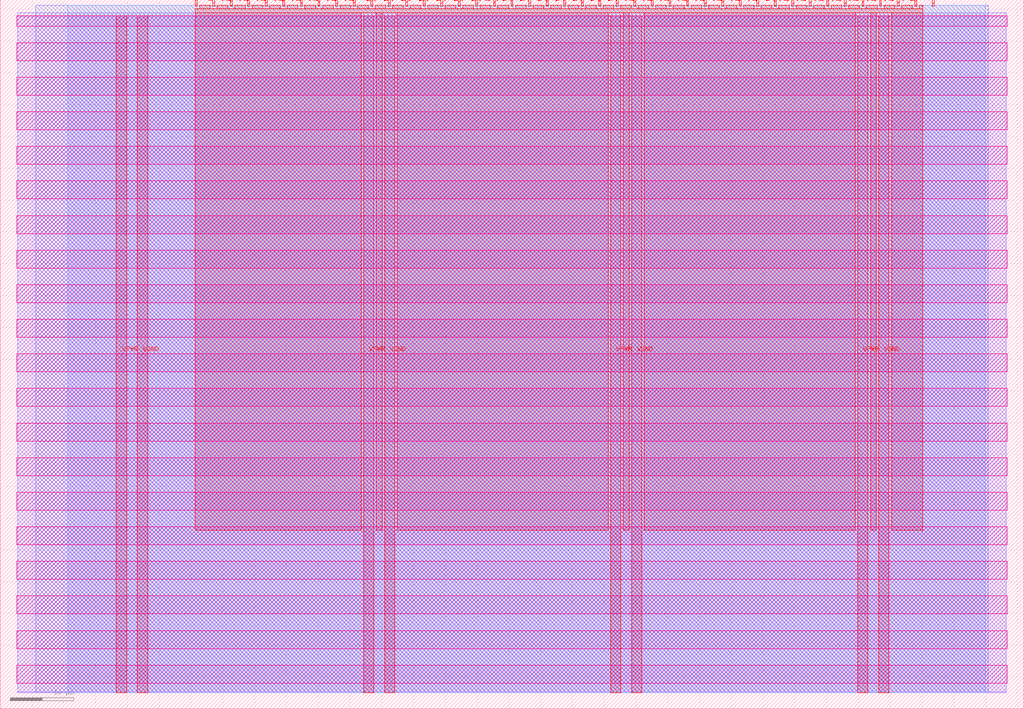
<source format=lef>
VERSION 5.7 ;
  NOWIREEXTENSIONATPIN ON ;
  DIVIDERCHAR "/" ;
  BUSBITCHARS "[]" ;
MACRO tt_um_cejmu
  CLASS BLOCK ;
  FOREIGN tt_um_cejmu ;
  ORIGIN 0.000 0.000 ;
  SIZE 161.000 BY 111.520 ;
  PIN VGND
    DIRECTION INOUT ;
    USE GROUND ;
    PORT
      LAYER met4 ;
        RECT 21.580 2.480 23.180 109.040 ;
    END
    PORT
      LAYER met4 ;
        RECT 60.450 2.480 62.050 109.040 ;
    END
    PORT
      LAYER met4 ;
        RECT 99.320 2.480 100.920 109.040 ;
    END
    PORT
      LAYER met4 ;
        RECT 138.190 2.480 139.790 109.040 ;
    END
  END VGND
  PIN VPWR
    DIRECTION INOUT ;
    USE POWER ;
    PORT
      LAYER met4 ;
        RECT 18.280 2.480 19.880 109.040 ;
    END
    PORT
      LAYER met4 ;
        RECT 57.150 2.480 58.750 109.040 ;
    END
    PORT
      LAYER met4 ;
        RECT 96.020 2.480 97.620 109.040 ;
    END
    PORT
      LAYER met4 ;
        RECT 134.890 2.480 136.490 109.040 ;
    END
  END VPWR
  PIN clk
    DIRECTION INPUT ;
    USE SIGNAL ;
    ANTENNAGATEAREA 0.852000 ;
    PORT
      LAYER met4 ;
        RECT 143.830 110.520 144.130 111.520 ;
    END
  END clk
  PIN ena
    DIRECTION INPUT ;
    USE SIGNAL ;
    PORT
      LAYER met4 ;
        RECT 146.590 110.520 146.890 111.520 ;
    END
  END ena
  PIN rst_n
    DIRECTION INPUT ;
    USE SIGNAL ;
    ANTENNAGATEAREA 0.196500 ;
    PORT
      LAYER met4 ;
        RECT 141.070 110.520 141.370 111.520 ;
    END
  END rst_n
  PIN ui_in[0]
    DIRECTION INPUT ;
    USE SIGNAL ;
    ANTENNAGATEAREA 0.159000 ;
    PORT
      LAYER met4 ;
        RECT 138.310 110.520 138.610 111.520 ;
    END
  END ui_in[0]
  PIN ui_in[1]
    DIRECTION INPUT ;
    USE SIGNAL ;
    ANTENNAGATEAREA 0.213000 ;
    PORT
      LAYER met4 ;
        RECT 135.550 110.520 135.850 111.520 ;
    END
  END ui_in[1]
  PIN ui_in[2]
    DIRECTION INPUT ;
    USE SIGNAL ;
    ANTENNAGATEAREA 0.196500 ;
    PORT
      LAYER met4 ;
        RECT 132.790 110.520 133.090 111.520 ;
    END
  END ui_in[2]
  PIN ui_in[3]
    DIRECTION INPUT ;
    USE SIGNAL ;
    ANTENNAGATEAREA 0.196500 ;
    PORT
      LAYER met4 ;
        RECT 130.030 110.520 130.330 111.520 ;
    END
  END ui_in[3]
  PIN ui_in[4]
    DIRECTION INPUT ;
    USE SIGNAL ;
    ANTENNAGATEAREA 0.196500 ;
    PORT
      LAYER met4 ;
        RECT 127.270 110.520 127.570 111.520 ;
    END
  END ui_in[4]
  PIN ui_in[5]
    DIRECTION INPUT ;
    USE SIGNAL ;
    ANTENNAGATEAREA 0.196500 ;
    PORT
      LAYER met4 ;
        RECT 124.510 110.520 124.810 111.520 ;
    END
  END ui_in[5]
  PIN ui_in[6]
    DIRECTION INPUT ;
    USE SIGNAL ;
    ANTENNAGATEAREA 0.196500 ;
    PORT
      LAYER met4 ;
        RECT 121.750 110.520 122.050 111.520 ;
    END
  END ui_in[6]
  PIN ui_in[7]
    DIRECTION INPUT ;
    USE SIGNAL ;
    ANTENNAGATEAREA 0.196500 ;
    PORT
      LAYER met4 ;
        RECT 118.990 110.520 119.290 111.520 ;
    END
  END ui_in[7]
  PIN uio_in[0]
    DIRECTION INPUT ;
    USE SIGNAL ;
    ANTENNAGATEAREA 0.196500 ;
    PORT
      LAYER met4 ;
        RECT 116.230 110.520 116.530 111.520 ;
    END
  END uio_in[0]
  PIN uio_in[1]
    DIRECTION INPUT ;
    USE SIGNAL ;
    ANTENNAGATEAREA 0.196500 ;
    PORT
      LAYER met4 ;
        RECT 113.470 110.520 113.770 111.520 ;
    END
  END uio_in[1]
  PIN uio_in[2]
    DIRECTION INPUT ;
    USE SIGNAL ;
    ANTENNAGATEAREA 0.196500 ;
    PORT
      LAYER met4 ;
        RECT 110.710 110.520 111.010 111.520 ;
    END
  END uio_in[2]
  PIN uio_in[3]
    DIRECTION INPUT ;
    USE SIGNAL ;
    ANTENNAGATEAREA 0.159000 ;
    PORT
      LAYER met4 ;
        RECT 107.950 110.520 108.250 111.520 ;
    END
  END uio_in[3]
  PIN uio_in[4]
    DIRECTION INPUT ;
    USE SIGNAL ;
    PORT
      LAYER met4 ;
        RECT 105.190 110.520 105.490 111.520 ;
    END
  END uio_in[4]
  PIN uio_in[5]
    DIRECTION INPUT ;
    USE SIGNAL ;
    PORT
      LAYER met4 ;
        RECT 102.430 110.520 102.730 111.520 ;
    END
  END uio_in[5]
  PIN uio_in[6]
    DIRECTION INPUT ;
    USE SIGNAL ;
    PORT
      LAYER met4 ;
        RECT 99.670 110.520 99.970 111.520 ;
    END
  END uio_in[6]
  PIN uio_in[7]
    DIRECTION INPUT ;
    USE SIGNAL ;
    PORT
      LAYER met4 ;
        RECT 96.910 110.520 97.210 111.520 ;
    END
  END uio_in[7]
  PIN uio_oe[0]
    DIRECTION OUTPUT ;
    USE SIGNAL ;
    ANTENNADIFFAREA 0.445500 ;
    PORT
      LAYER met4 ;
        RECT 49.990 110.520 50.290 111.520 ;
    END
  END uio_oe[0]
  PIN uio_oe[1]
    DIRECTION OUTPUT ;
    USE SIGNAL ;
    ANTENNADIFFAREA 0.445500 ;
    PORT
      LAYER met4 ;
        RECT 47.230 110.520 47.530 111.520 ;
    END
  END uio_oe[1]
  PIN uio_oe[2]
    DIRECTION OUTPUT ;
    USE SIGNAL ;
    ANTENNADIFFAREA 0.445500 ;
    PORT
      LAYER met4 ;
        RECT 44.470 110.520 44.770 111.520 ;
    END
  END uio_oe[2]
  PIN uio_oe[3]
    DIRECTION OUTPUT ;
    USE SIGNAL ;
    ANTENNADIFFAREA 0.445500 ;
    PORT
      LAYER met4 ;
        RECT 41.710 110.520 42.010 111.520 ;
    END
  END uio_oe[3]
  PIN uio_oe[4]
    DIRECTION OUTPUT ;
    USE SIGNAL ;
    ANTENNADIFFAREA 0.445500 ;
    PORT
      LAYER met4 ;
        RECT 38.950 110.520 39.250 111.520 ;
    END
  END uio_oe[4]
  PIN uio_oe[5]
    DIRECTION OUTPUT ;
    USE SIGNAL ;
    ANTENNADIFFAREA 0.445500 ;
    PORT
      LAYER met4 ;
        RECT 36.190 110.520 36.490 111.520 ;
    END
  END uio_oe[5]
  PIN uio_oe[6]
    DIRECTION OUTPUT ;
    USE SIGNAL ;
    ANTENNADIFFAREA 0.445500 ;
    PORT
      LAYER met4 ;
        RECT 33.430 110.520 33.730 111.520 ;
    END
  END uio_oe[6]
  PIN uio_oe[7]
    DIRECTION OUTPUT ;
    USE SIGNAL ;
    ANTENNADIFFAREA 0.445500 ;
    PORT
      LAYER met4 ;
        RECT 30.670 110.520 30.970 111.520 ;
    END
  END uio_oe[7]
  PIN uio_out[0]
    DIRECTION OUTPUT ;
    USE SIGNAL ;
    ANTENNADIFFAREA 0.445500 ;
    PORT
      LAYER met4 ;
        RECT 72.070 110.520 72.370 111.520 ;
    END
  END uio_out[0]
  PIN uio_out[1]
    DIRECTION OUTPUT ;
    USE SIGNAL ;
    ANTENNADIFFAREA 0.445500 ;
    PORT
      LAYER met4 ;
        RECT 69.310 110.520 69.610 111.520 ;
    END
  END uio_out[1]
  PIN uio_out[2]
    DIRECTION OUTPUT ;
    USE SIGNAL ;
    ANTENNADIFFAREA 0.445500 ;
    PORT
      LAYER met4 ;
        RECT 66.550 110.520 66.850 111.520 ;
    END
  END uio_out[2]
  PIN uio_out[3]
    DIRECTION OUTPUT ;
    USE SIGNAL ;
    ANTENNADIFFAREA 0.445500 ;
    PORT
      LAYER met4 ;
        RECT 63.790 110.520 64.090 111.520 ;
    END
  END uio_out[3]
  PIN uio_out[4]
    DIRECTION OUTPUT ;
    USE SIGNAL ;
    ANTENNADIFFAREA 0.445500 ;
    PORT
      LAYER met4 ;
        RECT 61.030 110.520 61.330 111.520 ;
    END
  END uio_out[4]
  PIN uio_out[5]
    DIRECTION OUTPUT ;
    USE SIGNAL ;
    ANTENNADIFFAREA 0.445500 ;
    PORT
      LAYER met4 ;
        RECT 58.270 110.520 58.570 111.520 ;
    END
  END uio_out[5]
  PIN uio_out[6]
    DIRECTION OUTPUT ;
    USE SIGNAL ;
    ANTENNADIFFAREA 0.445500 ;
    PORT
      LAYER met4 ;
        RECT 55.510 110.520 55.810 111.520 ;
    END
  END uio_out[6]
  PIN uio_out[7]
    DIRECTION OUTPUT ;
    USE SIGNAL ;
    ANTENNADIFFAREA 0.795200 ;
    PORT
      LAYER met4 ;
        RECT 52.750 110.520 53.050 111.520 ;
    END
  END uio_out[7]
  PIN uo_out[0]
    DIRECTION OUTPUT ;
    USE SIGNAL ;
    ANTENNADIFFAREA 0.891000 ;
    PORT
      LAYER met4 ;
        RECT 94.150 110.520 94.450 111.520 ;
    END
  END uo_out[0]
  PIN uo_out[1]
    DIRECTION OUTPUT ;
    USE SIGNAL ;
    ANTENNADIFFAREA 0.891000 ;
    PORT
      LAYER met4 ;
        RECT 91.390 110.520 91.690 111.520 ;
    END
  END uo_out[1]
  PIN uo_out[2]
    DIRECTION OUTPUT ;
    USE SIGNAL ;
    ANTENNADIFFAREA 0.891000 ;
    PORT
      LAYER met4 ;
        RECT 88.630 110.520 88.930 111.520 ;
    END
  END uo_out[2]
  PIN uo_out[3]
    DIRECTION OUTPUT ;
    USE SIGNAL ;
    ANTENNADIFFAREA 0.891000 ;
    PORT
      LAYER met4 ;
        RECT 85.870 110.520 86.170 111.520 ;
    END
  END uo_out[3]
  PIN uo_out[4]
    DIRECTION OUTPUT ;
    USE SIGNAL ;
    ANTENNADIFFAREA 0.891000 ;
    PORT
      LAYER met4 ;
        RECT 83.110 110.520 83.410 111.520 ;
    END
  END uo_out[4]
  PIN uo_out[5]
    DIRECTION OUTPUT ;
    USE SIGNAL ;
    ANTENNADIFFAREA 0.891000 ;
    PORT
      LAYER met4 ;
        RECT 80.350 110.520 80.650 111.520 ;
    END
  END uo_out[5]
  PIN uo_out[6]
    DIRECTION OUTPUT ;
    USE SIGNAL ;
    ANTENNADIFFAREA 0.891000 ;
    PORT
      LAYER met4 ;
        RECT 77.590 110.520 77.890 111.520 ;
    END
  END uo_out[6]
  PIN uo_out[7]
    DIRECTION OUTPUT ;
    USE SIGNAL ;
    ANTENNADIFFAREA 0.891000 ;
    PORT
      LAYER met4 ;
        RECT 74.830 110.520 75.130 111.520 ;
    END
  END uo_out[7]
  OBS
      LAYER nwell ;
        RECT 2.570 107.385 158.430 108.990 ;
        RECT 2.570 101.945 158.430 104.775 ;
        RECT 2.570 96.505 158.430 99.335 ;
        RECT 2.570 91.065 158.430 93.895 ;
        RECT 2.570 85.625 158.430 88.455 ;
        RECT 2.570 80.185 158.430 83.015 ;
        RECT 2.570 74.745 158.430 77.575 ;
        RECT 2.570 69.305 158.430 72.135 ;
        RECT 2.570 63.865 158.430 66.695 ;
        RECT 2.570 58.425 158.430 61.255 ;
        RECT 2.570 52.985 158.430 55.815 ;
        RECT 2.570 47.545 158.430 50.375 ;
        RECT 2.570 42.105 158.430 44.935 ;
        RECT 2.570 36.665 158.430 39.495 ;
        RECT 2.570 31.225 158.430 34.055 ;
        RECT 2.570 25.785 158.430 28.615 ;
        RECT 2.570 20.345 158.430 23.175 ;
        RECT 2.570 14.905 158.430 17.735 ;
        RECT 2.570 9.465 158.430 12.295 ;
        RECT 2.570 4.025 158.430 6.855 ;
      LAYER li1 ;
        RECT 2.760 2.635 158.240 108.885 ;
      LAYER met1 ;
        RECT 2.760 2.480 158.240 109.440 ;
      LAYER met2 ;
        RECT 5.620 2.535 155.380 110.685 ;
      LAYER met3 ;
        RECT 10.645 2.555 154.955 110.665 ;
      LAYER met4 ;
        RECT 31.370 110.120 33.030 110.665 ;
        RECT 34.130 110.120 35.790 110.665 ;
        RECT 36.890 110.120 38.550 110.665 ;
        RECT 39.650 110.120 41.310 110.665 ;
        RECT 42.410 110.120 44.070 110.665 ;
        RECT 45.170 110.120 46.830 110.665 ;
        RECT 47.930 110.120 49.590 110.665 ;
        RECT 50.690 110.120 52.350 110.665 ;
        RECT 53.450 110.120 55.110 110.665 ;
        RECT 56.210 110.120 57.870 110.665 ;
        RECT 58.970 110.120 60.630 110.665 ;
        RECT 61.730 110.120 63.390 110.665 ;
        RECT 64.490 110.120 66.150 110.665 ;
        RECT 67.250 110.120 68.910 110.665 ;
        RECT 70.010 110.120 71.670 110.665 ;
        RECT 72.770 110.120 74.430 110.665 ;
        RECT 75.530 110.120 77.190 110.665 ;
        RECT 78.290 110.120 79.950 110.665 ;
        RECT 81.050 110.120 82.710 110.665 ;
        RECT 83.810 110.120 85.470 110.665 ;
        RECT 86.570 110.120 88.230 110.665 ;
        RECT 89.330 110.120 90.990 110.665 ;
        RECT 92.090 110.120 93.750 110.665 ;
        RECT 94.850 110.120 96.510 110.665 ;
        RECT 97.610 110.120 99.270 110.665 ;
        RECT 100.370 110.120 102.030 110.665 ;
        RECT 103.130 110.120 104.790 110.665 ;
        RECT 105.890 110.120 107.550 110.665 ;
        RECT 108.650 110.120 110.310 110.665 ;
        RECT 111.410 110.120 113.070 110.665 ;
        RECT 114.170 110.120 115.830 110.665 ;
        RECT 116.930 110.120 118.590 110.665 ;
        RECT 119.690 110.120 121.350 110.665 ;
        RECT 122.450 110.120 124.110 110.665 ;
        RECT 125.210 110.120 126.870 110.665 ;
        RECT 127.970 110.120 129.630 110.665 ;
        RECT 130.730 110.120 132.390 110.665 ;
        RECT 133.490 110.120 135.150 110.665 ;
        RECT 136.250 110.120 137.910 110.665 ;
        RECT 139.010 110.120 140.670 110.665 ;
        RECT 141.770 110.120 143.430 110.665 ;
        RECT 144.530 110.120 145.065 110.665 ;
        RECT 30.655 109.440 145.065 110.120 ;
        RECT 30.655 28.055 56.750 109.440 ;
        RECT 59.150 28.055 60.050 109.440 ;
        RECT 62.450 28.055 95.620 109.440 ;
        RECT 98.020 28.055 98.920 109.440 ;
        RECT 101.320 28.055 134.490 109.440 ;
        RECT 136.890 28.055 137.790 109.440 ;
        RECT 140.190 28.055 145.065 109.440 ;
  END
END tt_um_cejmu
END LIBRARY


</source>
